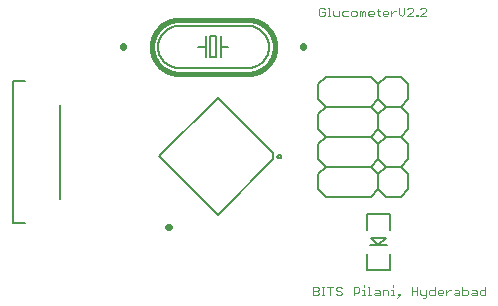
<source format=gto>
G75*
%MOIN*%
%OFA0B0*%
%FSLAX25Y25*%
%IPPOS*%
%LPD*%
%AMOC8*
5,1,8,0,0,1.08239X$1,22.5*
%
%ADD10C,0.00300*%
%ADD11C,0.02200*%
%ADD12C,0.00800*%
%ADD13C,0.01600*%
%ADD14C,0.00600*%
D10*
X0159629Y0003650D02*
X0161055Y0003650D01*
X0161530Y0004125D01*
X0161530Y0004601D01*
X0161055Y0005076D01*
X0159629Y0005076D01*
X0161055Y0005076D02*
X0161530Y0005551D01*
X0161530Y0006027D01*
X0161055Y0006502D01*
X0159629Y0006502D01*
X0159629Y0003650D01*
X0162529Y0003650D02*
X0163480Y0003650D01*
X0163004Y0003650D02*
X0163004Y0006502D01*
X0162529Y0006502D02*
X0163480Y0006502D01*
X0164462Y0006502D02*
X0166364Y0006502D01*
X0165413Y0006502D02*
X0165413Y0003650D01*
X0167362Y0004125D02*
X0167838Y0003650D01*
X0168788Y0003650D01*
X0169264Y0004125D01*
X0169264Y0004601D01*
X0168788Y0005076D01*
X0167838Y0005076D01*
X0167362Y0005551D01*
X0167362Y0006027D01*
X0167838Y0006502D01*
X0168788Y0006502D01*
X0169264Y0006027D01*
X0173163Y0006502D02*
X0173163Y0003650D01*
X0173163Y0004601D02*
X0174589Y0004601D01*
X0175064Y0005076D01*
X0175064Y0006027D01*
X0174589Y0006502D01*
X0173163Y0006502D01*
X0176063Y0005551D02*
X0176538Y0005551D01*
X0176538Y0003650D01*
X0176063Y0003650D02*
X0177013Y0003650D01*
X0177996Y0003650D02*
X0178947Y0003650D01*
X0178471Y0003650D02*
X0178471Y0006502D01*
X0177996Y0006502D01*
X0176538Y0006502D02*
X0176538Y0006977D01*
X0180405Y0005551D02*
X0181356Y0005551D01*
X0181831Y0005076D01*
X0181831Y0003650D01*
X0180405Y0003650D01*
X0179930Y0004125D01*
X0180405Y0004601D01*
X0181831Y0004601D01*
X0182830Y0005551D02*
X0182830Y0003650D01*
X0184731Y0003650D02*
X0184731Y0005076D01*
X0184256Y0005551D01*
X0182830Y0005551D01*
X0185730Y0005551D02*
X0186205Y0005551D01*
X0186205Y0003650D01*
X0185730Y0003650D02*
X0186680Y0003650D01*
X0187663Y0002699D02*
X0188614Y0003650D01*
X0188138Y0003650D01*
X0188138Y0004125D01*
X0188614Y0004125D01*
X0188614Y0003650D01*
X0192497Y0003650D02*
X0192497Y0006502D01*
X0194398Y0006502D02*
X0194398Y0003650D01*
X0195397Y0004125D02*
X0195872Y0003650D01*
X0197298Y0003650D01*
X0197298Y0003175D02*
X0196823Y0002699D01*
X0196347Y0002699D01*
X0197298Y0003175D02*
X0197298Y0005551D01*
X0198297Y0005076D02*
X0198772Y0005551D01*
X0200198Y0005551D01*
X0200198Y0006502D02*
X0200198Y0003650D01*
X0198772Y0003650D01*
X0198297Y0004125D01*
X0198297Y0005076D01*
X0201197Y0005076D02*
X0201672Y0005551D01*
X0202623Y0005551D01*
X0203098Y0005076D01*
X0203098Y0004601D01*
X0201197Y0004601D01*
X0201197Y0005076D02*
X0201197Y0004125D01*
X0201672Y0003650D01*
X0202623Y0003650D01*
X0204097Y0003650D02*
X0204097Y0005551D01*
X0204097Y0004601D02*
X0205048Y0005551D01*
X0205523Y0005551D01*
X0206989Y0005551D02*
X0207940Y0005551D01*
X0208415Y0005076D01*
X0208415Y0003650D01*
X0206989Y0003650D01*
X0206514Y0004125D01*
X0206989Y0004601D01*
X0208415Y0004601D01*
X0209414Y0005551D02*
X0210840Y0005551D01*
X0211315Y0005076D01*
X0211315Y0004125D01*
X0210840Y0003650D01*
X0209414Y0003650D01*
X0209414Y0006502D01*
X0212789Y0005551D02*
X0213740Y0005551D01*
X0214215Y0005076D01*
X0214215Y0003650D01*
X0212789Y0003650D01*
X0212314Y0004125D01*
X0212789Y0004601D01*
X0214215Y0004601D01*
X0215214Y0005076D02*
X0215690Y0005551D01*
X0217116Y0005551D01*
X0217116Y0006502D02*
X0217116Y0003650D01*
X0215690Y0003650D01*
X0215214Y0004125D01*
X0215214Y0005076D01*
X0195397Y0005551D02*
X0195397Y0004125D01*
X0194398Y0005076D02*
X0192497Y0005076D01*
X0186205Y0006502D02*
X0186205Y0006977D01*
X0185796Y0096650D02*
X0185796Y0098551D01*
X0185796Y0097601D02*
X0186747Y0098551D01*
X0187222Y0098551D01*
X0188213Y0097601D02*
X0189164Y0096650D01*
X0190114Y0097601D01*
X0190114Y0099502D01*
X0191113Y0099027D02*
X0191589Y0099502D01*
X0192539Y0099502D01*
X0193015Y0099027D01*
X0193015Y0098551D01*
X0191113Y0096650D01*
X0193015Y0096650D01*
X0194013Y0096650D02*
X0194489Y0096650D01*
X0194489Y0097125D01*
X0194013Y0097125D01*
X0194013Y0096650D01*
X0195463Y0096650D02*
X0197365Y0098551D01*
X0197365Y0099027D01*
X0196889Y0099502D01*
X0195939Y0099502D01*
X0195463Y0099027D01*
X0195463Y0096650D02*
X0197365Y0096650D01*
X0188213Y0097601D02*
X0188213Y0099502D01*
X0184798Y0098076D02*
X0184798Y0097601D01*
X0182896Y0097601D01*
X0182896Y0098076D02*
X0182896Y0097125D01*
X0183372Y0096650D01*
X0184322Y0096650D01*
X0181913Y0096650D02*
X0181438Y0097125D01*
X0181438Y0099027D01*
X0180963Y0098551D02*
X0181913Y0098551D01*
X0182896Y0098076D02*
X0183372Y0098551D01*
X0184322Y0098551D01*
X0184798Y0098076D01*
X0179964Y0098076D02*
X0179964Y0097601D01*
X0178063Y0097601D01*
X0178063Y0098076D02*
X0178063Y0097125D01*
X0178538Y0096650D01*
X0179489Y0096650D01*
X0177064Y0096650D02*
X0177064Y0098076D01*
X0176589Y0098551D01*
X0176113Y0098076D01*
X0176113Y0096650D01*
X0175163Y0096650D02*
X0175163Y0098551D01*
X0175638Y0098551D01*
X0176113Y0098076D01*
X0174164Y0098076D02*
X0173688Y0098551D01*
X0172738Y0098551D01*
X0172262Y0098076D01*
X0172262Y0097125D01*
X0172738Y0096650D01*
X0173688Y0096650D01*
X0174164Y0097125D01*
X0174164Y0098076D01*
X0178063Y0098076D02*
X0178538Y0098551D01*
X0179489Y0098551D01*
X0179964Y0098076D01*
X0171264Y0098551D02*
X0169838Y0098551D01*
X0169362Y0098076D01*
X0169362Y0097125D01*
X0169838Y0096650D01*
X0171264Y0096650D01*
X0168364Y0096650D02*
X0168364Y0098551D01*
X0166462Y0098551D02*
X0166462Y0097125D01*
X0166938Y0096650D01*
X0168364Y0096650D01*
X0165480Y0096650D02*
X0164529Y0096650D01*
X0165004Y0096650D02*
X0165004Y0099502D01*
X0164529Y0099502D01*
X0163530Y0099027D02*
X0163055Y0099502D01*
X0162104Y0099502D01*
X0161629Y0099027D01*
X0161629Y0097125D01*
X0162104Y0096650D01*
X0163055Y0096650D01*
X0163530Y0097125D01*
X0163530Y0098076D01*
X0162579Y0098076D01*
D11*
X0156479Y0086620D02*
X0156479Y0086380D01*
X0096479Y0086380D02*
X0096479Y0086620D01*
X0111359Y0026500D02*
X0111599Y0026500D01*
D12*
X0063605Y0027878D02*
X0059668Y0027878D01*
X0059668Y0075122D01*
X0063605Y0075122D01*
X0075416Y0067248D02*
X0075416Y0035752D01*
X0108428Y0050036D02*
X0127943Y0069551D01*
X0146470Y0051024D01*
X0146470Y0049047D01*
X0127943Y0030520D01*
X0108428Y0050036D01*
X0147779Y0049965D02*
X0147781Y0050014D01*
X0147787Y0050062D01*
X0147797Y0050110D01*
X0147811Y0050157D01*
X0147828Y0050203D01*
X0147849Y0050247D01*
X0147874Y0050289D01*
X0147902Y0050329D01*
X0147934Y0050367D01*
X0147968Y0050402D01*
X0148005Y0050434D01*
X0148044Y0050463D01*
X0148086Y0050489D01*
X0148130Y0050511D01*
X0148175Y0050529D01*
X0148222Y0050544D01*
X0148269Y0050555D01*
X0148318Y0050562D01*
X0148367Y0050565D01*
X0148416Y0050564D01*
X0148464Y0050559D01*
X0148513Y0050550D01*
X0148560Y0050537D01*
X0148606Y0050520D01*
X0148650Y0050500D01*
X0148693Y0050476D01*
X0148734Y0050449D01*
X0148772Y0050418D01*
X0148808Y0050385D01*
X0148840Y0050349D01*
X0148870Y0050310D01*
X0148897Y0050269D01*
X0148920Y0050225D01*
X0148939Y0050180D01*
X0148955Y0050134D01*
X0148967Y0050087D01*
X0148975Y0050038D01*
X0148979Y0049989D01*
X0148979Y0049941D01*
X0148975Y0049892D01*
X0148967Y0049843D01*
X0148955Y0049796D01*
X0148939Y0049750D01*
X0148920Y0049705D01*
X0148897Y0049661D01*
X0148870Y0049620D01*
X0148840Y0049581D01*
X0148808Y0049545D01*
X0148772Y0049512D01*
X0148734Y0049481D01*
X0148693Y0049454D01*
X0148650Y0049430D01*
X0148606Y0049410D01*
X0148560Y0049393D01*
X0148513Y0049380D01*
X0148464Y0049371D01*
X0148416Y0049366D01*
X0148367Y0049365D01*
X0148318Y0049368D01*
X0148269Y0049375D01*
X0148222Y0049386D01*
X0148175Y0049401D01*
X0148130Y0049419D01*
X0148086Y0049441D01*
X0148044Y0049467D01*
X0148005Y0049496D01*
X0147968Y0049528D01*
X0147934Y0049563D01*
X0147902Y0049601D01*
X0147874Y0049641D01*
X0147849Y0049683D01*
X0147828Y0049727D01*
X0147811Y0049773D01*
X0147797Y0049820D01*
X0147787Y0049868D01*
X0147781Y0049916D01*
X0147779Y0049965D01*
X0177542Y0030949D02*
X0177542Y0025437D01*
X0179117Y0022681D02*
X0181479Y0020319D01*
X0183841Y0022681D01*
X0179117Y0022681D01*
X0178723Y0020319D02*
X0181479Y0020319D01*
X0184235Y0020319D01*
X0185416Y0017563D02*
X0185416Y0012051D01*
X0177542Y0012051D01*
X0177542Y0017563D01*
X0185416Y0025437D02*
X0185416Y0030949D01*
X0177542Y0030949D01*
D13*
X0137979Y0077500D02*
X0114979Y0077500D01*
X0114760Y0077503D01*
X0114541Y0077511D01*
X0114322Y0077524D01*
X0114104Y0077543D01*
X0113886Y0077567D01*
X0113669Y0077596D01*
X0113452Y0077630D01*
X0113237Y0077670D01*
X0113022Y0077715D01*
X0112809Y0077766D01*
X0112597Y0077821D01*
X0112386Y0077882D01*
X0112177Y0077947D01*
X0111970Y0078018D01*
X0111764Y0078094D01*
X0111560Y0078175D01*
X0111358Y0078260D01*
X0111159Y0078351D01*
X0110962Y0078446D01*
X0110767Y0078547D01*
X0110574Y0078652D01*
X0110384Y0078761D01*
X0110197Y0078875D01*
X0110013Y0078994D01*
X0109832Y0079117D01*
X0109654Y0079245D01*
X0109478Y0079377D01*
X0109307Y0079513D01*
X0109138Y0079653D01*
X0108973Y0079797D01*
X0108812Y0079945D01*
X0108654Y0080097D01*
X0108500Y0080253D01*
X0108350Y0080413D01*
X0108203Y0080576D01*
X0108061Y0080743D01*
X0107923Y0080913D01*
X0107789Y0081087D01*
X0107659Y0081263D01*
X0107534Y0081443D01*
X0107413Y0081626D01*
X0107297Y0081812D01*
X0107185Y0082000D01*
X0107078Y0082191D01*
X0106975Y0082385D01*
X0106877Y0082581D01*
X0106784Y0082779D01*
X0106696Y0082980D01*
X0106613Y0083183D01*
X0106534Y0083388D01*
X0106461Y0083594D01*
X0106393Y0083802D01*
X0106330Y0084012D01*
X0106272Y0084224D01*
X0106219Y0084436D01*
X0106171Y0084650D01*
X0106129Y0084865D01*
X0106092Y0085081D01*
X0106060Y0085298D01*
X0106033Y0085516D01*
X0106012Y0085734D01*
X0105996Y0085952D01*
X0105985Y0086171D01*
X0105980Y0086390D01*
X0105980Y0086610D01*
X0105985Y0086829D01*
X0105996Y0087048D01*
X0106012Y0087266D01*
X0106033Y0087484D01*
X0106060Y0087702D01*
X0106092Y0087919D01*
X0106129Y0088135D01*
X0106171Y0088350D01*
X0106219Y0088564D01*
X0106272Y0088776D01*
X0106330Y0088988D01*
X0106393Y0089198D01*
X0106461Y0089406D01*
X0106534Y0089612D01*
X0106613Y0089817D01*
X0106696Y0090020D01*
X0106784Y0090221D01*
X0106877Y0090419D01*
X0106975Y0090615D01*
X0107078Y0090809D01*
X0107185Y0091000D01*
X0107297Y0091188D01*
X0107413Y0091374D01*
X0107534Y0091557D01*
X0107659Y0091737D01*
X0107789Y0091913D01*
X0107923Y0092087D01*
X0108061Y0092257D01*
X0108203Y0092424D01*
X0108350Y0092587D01*
X0108500Y0092747D01*
X0108654Y0092903D01*
X0108812Y0093055D01*
X0108973Y0093203D01*
X0109138Y0093347D01*
X0109307Y0093487D01*
X0109478Y0093623D01*
X0109654Y0093755D01*
X0109832Y0093883D01*
X0110013Y0094006D01*
X0110197Y0094125D01*
X0110384Y0094239D01*
X0110574Y0094348D01*
X0110767Y0094453D01*
X0110962Y0094554D01*
X0111159Y0094649D01*
X0111358Y0094740D01*
X0111560Y0094825D01*
X0111764Y0094906D01*
X0111970Y0094982D01*
X0112177Y0095053D01*
X0112386Y0095118D01*
X0112597Y0095179D01*
X0112809Y0095234D01*
X0113022Y0095285D01*
X0113237Y0095330D01*
X0113452Y0095370D01*
X0113669Y0095404D01*
X0113886Y0095433D01*
X0114104Y0095457D01*
X0114322Y0095476D01*
X0114541Y0095489D01*
X0114760Y0095497D01*
X0114979Y0095500D01*
X0137979Y0095500D01*
X0138198Y0095497D01*
X0138417Y0095489D01*
X0138636Y0095476D01*
X0138854Y0095457D01*
X0139072Y0095433D01*
X0139289Y0095404D01*
X0139506Y0095370D01*
X0139721Y0095330D01*
X0139936Y0095285D01*
X0140149Y0095234D01*
X0140361Y0095179D01*
X0140572Y0095118D01*
X0140781Y0095053D01*
X0140988Y0094982D01*
X0141194Y0094906D01*
X0141398Y0094825D01*
X0141600Y0094740D01*
X0141799Y0094649D01*
X0141996Y0094554D01*
X0142191Y0094453D01*
X0142384Y0094348D01*
X0142574Y0094239D01*
X0142761Y0094125D01*
X0142945Y0094006D01*
X0143126Y0093883D01*
X0143304Y0093755D01*
X0143480Y0093623D01*
X0143651Y0093487D01*
X0143820Y0093347D01*
X0143985Y0093203D01*
X0144146Y0093055D01*
X0144304Y0092903D01*
X0144458Y0092747D01*
X0144608Y0092587D01*
X0144755Y0092424D01*
X0144897Y0092257D01*
X0145035Y0092087D01*
X0145169Y0091913D01*
X0145299Y0091737D01*
X0145424Y0091557D01*
X0145545Y0091374D01*
X0145661Y0091188D01*
X0145773Y0091000D01*
X0145880Y0090809D01*
X0145983Y0090615D01*
X0146081Y0090419D01*
X0146174Y0090221D01*
X0146262Y0090020D01*
X0146345Y0089817D01*
X0146424Y0089612D01*
X0146497Y0089406D01*
X0146565Y0089198D01*
X0146628Y0088988D01*
X0146686Y0088776D01*
X0146739Y0088564D01*
X0146787Y0088350D01*
X0146829Y0088135D01*
X0146866Y0087919D01*
X0146898Y0087702D01*
X0146925Y0087484D01*
X0146946Y0087266D01*
X0146962Y0087048D01*
X0146973Y0086829D01*
X0146978Y0086610D01*
X0146978Y0086390D01*
X0146973Y0086171D01*
X0146962Y0085952D01*
X0146946Y0085734D01*
X0146925Y0085516D01*
X0146898Y0085298D01*
X0146866Y0085081D01*
X0146829Y0084865D01*
X0146787Y0084650D01*
X0146739Y0084436D01*
X0146686Y0084224D01*
X0146628Y0084012D01*
X0146565Y0083802D01*
X0146497Y0083594D01*
X0146424Y0083388D01*
X0146345Y0083183D01*
X0146262Y0082980D01*
X0146174Y0082779D01*
X0146081Y0082581D01*
X0145983Y0082385D01*
X0145880Y0082191D01*
X0145773Y0082000D01*
X0145661Y0081812D01*
X0145545Y0081626D01*
X0145424Y0081443D01*
X0145299Y0081263D01*
X0145169Y0081087D01*
X0145035Y0080913D01*
X0144897Y0080743D01*
X0144755Y0080576D01*
X0144608Y0080413D01*
X0144458Y0080253D01*
X0144304Y0080097D01*
X0144146Y0079945D01*
X0143985Y0079797D01*
X0143820Y0079653D01*
X0143651Y0079513D01*
X0143480Y0079377D01*
X0143304Y0079245D01*
X0143126Y0079117D01*
X0142945Y0078994D01*
X0142761Y0078875D01*
X0142574Y0078761D01*
X0142384Y0078652D01*
X0142191Y0078547D01*
X0141996Y0078446D01*
X0141799Y0078351D01*
X0141600Y0078260D01*
X0141398Y0078175D01*
X0141194Y0078094D01*
X0140988Y0078018D01*
X0140781Y0077947D01*
X0140572Y0077882D01*
X0140361Y0077821D01*
X0140149Y0077766D01*
X0139936Y0077715D01*
X0139721Y0077670D01*
X0139506Y0077630D01*
X0139289Y0077596D01*
X0139072Y0077567D01*
X0138854Y0077543D01*
X0138636Y0077524D01*
X0138417Y0077511D01*
X0138198Y0077503D01*
X0137979Y0077500D01*
D14*
X0137979Y0079500D02*
X0114979Y0079500D01*
X0123979Y0083000D02*
X0123979Y0086500D01*
X0121479Y0086500D01*
X0123979Y0086500D02*
X0123979Y0090000D01*
X0125479Y0090000D02*
X0127479Y0090000D01*
X0127479Y0083000D01*
X0125479Y0083000D01*
X0125479Y0090000D01*
X0128979Y0090000D02*
X0128979Y0086500D01*
X0131479Y0086500D01*
X0128979Y0086500D02*
X0128979Y0083000D01*
X0137979Y0079500D02*
X0138149Y0079502D01*
X0138320Y0079508D01*
X0138490Y0079519D01*
X0138660Y0079533D01*
X0138829Y0079552D01*
X0138998Y0079575D01*
X0139167Y0079601D01*
X0139334Y0079632D01*
X0139501Y0079667D01*
X0139667Y0079707D01*
X0139832Y0079750D01*
X0139996Y0079797D01*
X0140158Y0079848D01*
X0140320Y0079903D01*
X0140480Y0079962D01*
X0140638Y0080025D01*
X0140795Y0080091D01*
X0140950Y0080162D01*
X0141104Y0080236D01*
X0141255Y0080314D01*
X0141405Y0080396D01*
X0141553Y0080481D01*
X0141698Y0080570D01*
X0141841Y0080662D01*
X0141982Y0080758D01*
X0142121Y0080857D01*
X0142257Y0080960D01*
X0142391Y0081065D01*
X0142522Y0081174D01*
X0142650Y0081287D01*
X0142776Y0081402D01*
X0142899Y0081520D01*
X0143018Y0081641D01*
X0143135Y0081766D01*
X0143249Y0081893D01*
X0143360Y0082022D01*
X0143467Y0082155D01*
X0143571Y0082290D01*
X0143672Y0082427D01*
X0143770Y0082567D01*
X0143864Y0082709D01*
X0143954Y0082853D01*
X0144041Y0083000D01*
X0144125Y0083149D01*
X0144204Y0083299D01*
X0144280Y0083452D01*
X0144353Y0083606D01*
X0144421Y0083762D01*
X0144486Y0083920D01*
X0144547Y0084079D01*
X0144604Y0084240D01*
X0144657Y0084402D01*
X0144706Y0084565D01*
X0144751Y0084729D01*
X0144792Y0084895D01*
X0144830Y0085061D01*
X0144863Y0085229D01*
X0144891Y0085397D01*
X0144916Y0085565D01*
X0144937Y0085734D01*
X0144954Y0085904D01*
X0144966Y0086074D01*
X0144974Y0086244D01*
X0144978Y0086415D01*
X0144978Y0086585D01*
X0144974Y0086756D01*
X0144966Y0086926D01*
X0144954Y0087096D01*
X0144937Y0087266D01*
X0144916Y0087435D01*
X0144891Y0087603D01*
X0144863Y0087771D01*
X0144830Y0087939D01*
X0144792Y0088105D01*
X0144751Y0088271D01*
X0144706Y0088435D01*
X0144657Y0088598D01*
X0144604Y0088760D01*
X0144547Y0088921D01*
X0144486Y0089080D01*
X0144421Y0089238D01*
X0144353Y0089394D01*
X0144280Y0089548D01*
X0144204Y0089701D01*
X0144125Y0089851D01*
X0144041Y0090000D01*
X0143954Y0090147D01*
X0143864Y0090291D01*
X0143770Y0090433D01*
X0143672Y0090573D01*
X0143571Y0090710D01*
X0143467Y0090845D01*
X0143360Y0090978D01*
X0143249Y0091107D01*
X0143135Y0091234D01*
X0143018Y0091359D01*
X0142899Y0091480D01*
X0142776Y0091598D01*
X0142650Y0091713D01*
X0142522Y0091826D01*
X0142391Y0091935D01*
X0142257Y0092040D01*
X0142121Y0092143D01*
X0141982Y0092242D01*
X0141841Y0092338D01*
X0141698Y0092430D01*
X0141553Y0092519D01*
X0141405Y0092604D01*
X0141255Y0092686D01*
X0141104Y0092764D01*
X0140950Y0092838D01*
X0140795Y0092909D01*
X0140638Y0092975D01*
X0140480Y0093038D01*
X0140320Y0093097D01*
X0140158Y0093152D01*
X0139996Y0093203D01*
X0139832Y0093250D01*
X0139667Y0093293D01*
X0139501Y0093333D01*
X0139334Y0093368D01*
X0139167Y0093399D01*
X0138998Y0093425D01*
X0138829Y0093448D01*
X0138660Y0093467D01*
X0138490Y0093481D01*
X0138320Y0093492D01*
X0138149Y0093498D01*
X0137979Y0093500D01*
X0114979Y0093500D01*
X0114809Y0093498D01*
X0114638Y0093492D01*
X0114468Y0093481D01*
X0114298Y0093467D01*
X0114129Y0093448D01*
X0113960Y0093425D01*
X0113791Y0093399D01*
X0113624Y0093368D01*
X0113457Y0093333D01*
X0113291Y0093293D01*
X0113126Y0093250D01*
X0112962Y0093203D01*
X0112800Y0093152D01*
X0112638Y0093097D01*
X0112478Y0093038D01*
X0112320Y0092975D01*
X0112163Y0092909D01*
X0112008Y0092838D01*
X0111854Y0092764D01*
X0111703Y0092686D01*
X0111553Y0092604D01*
X0111405Y0092519D01*
X0111260Y0092430D01*
X0111117Y0092338D01*
X0110976Y0092242D01*
X0110837Y0092143D01*
X0110701Y0092040D01*
X0110567Y0091935D01*
X0110436Y0091826D01*
X0110308Y0091713D01*
X0110182Y0091598D01*
X0110059Y0091480D01*
X0109940Y0091359D01*
X0109823Y0091234D01*
X0109709Y0091107D01*
X0109598Y0090978D01*
X0109491Y0090845D01*
X0109387Y0090710D01*
X0109286Y0090573D01*
X0109188Y0090433D01*
X0109094Y0090291D01*
X0109004Y0090147D01*
X0108917Y0090000D01*
X0108833Y0089851D01*
X0108754Y0089701D01*
X0108678Y0089548D01*
X0108605Y0089394D01*
X0108537Y0089238D01*
X0108472Y0089080D01*
X0108411Y0088921D01*
X0108354Y0088760D01*
X0108301Y0088598D01*
X0108252Y0088435D01*
X0108207Y0088271D01*
X0108166Y0088105D01*
X0108128Y0087939D01*
X0108095Y0087771D01*
X0108067Y0087603D01*
X0108042Y0087435D01*
X0108021Y0087266D01*
X0108004Y0087096D01*
X0107992Y0086926D01*
X0107984Y0086756D01*
X0107980Y0086585D01*
X0107980Y0086415D01*
X0107984Y0086244D01*
X0107992Y0086074D01*
X0108004Y0085904D01*
X0108021Y0085734D01*
X0108042Y0085565D01*
X0108067Y0085397D01*
X0108095Y0085229D01*
X0108128Y0085061D01*
X0108166Y0084895D01*
X0108207Y0084729D01*
X0108252Y0084565D01*
X0108301Y0084402D01*
X0108354Y0084240D01*
X0108411Y0084079D01*
X0108472Y0083920D01*
X0108537Y0083762D01*
X0108605Y0083606D01*
X0108678Y0083452D01*
X0108754Y0083299D01*
X0108833Y0083149D01*
X0108917Y0083000D01*
X0109004Y0082853D01*
X0109094Y0082709D01*
X0109188Y0082567D01*
X0109286Y0082427D01*
X0109387Y0082290D01*
X0109491Y0082155D01*
X0109598Y0082022D01*
X0109709Y0081893D01*
X0109823Y0081766D01*
X0109940Y0081641D01*
X0110059Y0081520D01*
X0110182Y0081402D01*
X0110308Y0081287D01*
X0110436Y0081174D01*
X0110567Y0081065D01*
X0110701Y0080960D01*
X0110837Y0080857D01*
X0110976Y0080758D01*
X0111117Y0080662D01*
X0111260Y0080570D01*
X0111405Y0080481D01*
X0111553Y0080396D01*
X0111703Y0080314D01*
X0111854Y0080236D01*
X0112008Y0080162D01*
X0112163Y0080091D01*
X0112320Y0080025D01*
X0112478Y0079962D01*
X0112638Y0079903D01*
X0112800Y0079848D01*
X0112962Y0079797D01*
X0113126Y0079750D01*
X0113291Y0079707D01*
X0113457Y0079667D01*
X0113624Y0079632D01*
X0113791Y0079601D01*
X0113960Y0079575D01*
X0114129Y0079552D01*
X0114298Y0079533D01*
X0114468Y0079519D01*
X0114638Y0079508D01*
X0114809Y0079502D01*
X0114979Y0079500D01*
X0161479Y0074000D02*
X0161479Y0069000D01*
X0163979Y0066500D01*
X0178979Y0066500D01*
X0181479Y0069000D01*
X0181479Y0074000D01*
X0183979Y0076500D01*
X0188979Y0076500D01*
X0191479Y0074000D01*
X0191479Y0069000D01*
X0188979Y0066500D01*
X0191479Y0064000D01*
X0191479Y0059000D01*
X0188979Y0056500D01*
X0191479Y0054000D01*
X0191479Y0049000D01*
X0188979Y0046500D01*
X0191479Y0044000D01*
X0191479Y0039000D01*
X0188979Y0036500D01*
X0183979Y0036500D01*
X0181479Y0039000D01*
X0181479Y0044000D01*
X0183979Y0046500D01*
X0188979Y0046500D01*
X0183979Y0046500D01*
X0181479Y0049000D01*
X0181479Y0054000D01*
X0183979Y0056500D01*
X0181479Y0059000D01*
X0181479Y0064000D01*
X0183979Y0066500D01*
X0181479Y0069000D01*
X0181479Y0074000D01*
X0178979Y0076500D01*
X0163979Y0076500D01*
X0161479Y0074000D01*
X0163979Y0066500D02*
X0161479Y0064000D01*
X0161479Y0059000D01*
X0163979Y0056500D01*
X0178979Y0056500D01*
X0181479Y0059000D01*
X0181479Y0064000D01*
X0178979Y0066500D01*
X0183979Y0066500D02*
X0188979Y0066500D01*
X0188979Y0056500D02*
X0183979Y0056500D01*
X0181479Y0054000D02*
X0181479Y0049000D01*
X0178979Y0046500D01*
X0163979Y0046500D01*
X0161479Y0049000D01*
X0161479Y0054000D01*
X0163979Y0056500D01*
X0178979Y0056500D02*
X0181479Y0054000D01*
X0178979Y0046500D02*
X0181479Y0044000D01*
X0181479Y0039000D01*
X0178979Y0036500D01*
X0163979Y0036500D01*
X0161479Y0039000D01*
X0161479Y0044000D01*
X0163979Y0046500D01*
M02*

</source>
